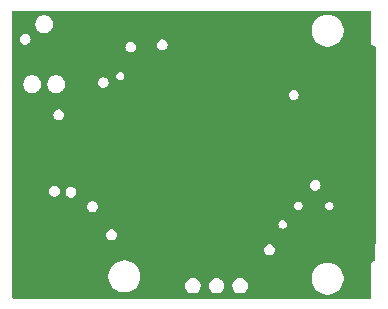
<source format=gbr>
%TF.GenerationSoftware,KiCad,Pcbnew,8.0.3*%
%TF.CreationDate,2024-06-25T07:20:22+02:00*%
%TF.ProjectId,BLESEN,424c4553-454e-42e6-9b69-6361645f7063,rev?*%
%TF.SameCoordinates,Original*%
%TF.FileFunction,Copper,L2,Inr*%
%TF.FilePolarity,Positive*%
%FSLAX46Y46*%
G04 Gerber Fmt 4.6, Leading zero omitted, Abs format (unit mm)*
G04 Created by KiCad (PCBNEW 8.0.3) date 2024-06-25 07:20:22*
%MOMM*%
%LPD*%
G01*
G04 APERTURE LIST*
%TA.AperFunction,ComponentPad*%
%ADD10O,1.350000X1.350000*%
%TD*%
%TA.AperFunction,ComponentPad*%
%ADD11R,0.500000X0.900000*%
%TD*%
%TA.AperFunction,ViaPad*%
%ADD12C,0.700000*%
%TD*%
%TA.AperFunction,ViaPad*%
%ADD13C,0.500000*%
%TD*%
G04 APERTURE END LIST*
D10*
%TO.N,GND*%
%TO.C,J3*%
X141600000Y-100600000D03*
%TD*%
D11*
%TO.N,GND*%
%TO.C,AE1*%
X158820000Y-82800000D03*
%TD*%
D12*
%TO.N,GND*%
X148875000Y-90325000D03*
D13*
X145200000Y-89800000D03*
D12*
X140160000Y-96600000D03*
X158000000Y-79000000D03*
D13*
X141963000Y-86719400D03*
X145200000Y-87600000D03*
D12*
X129400000Y-96000000D03*
X135600000Y-91800000D03*
X152000000Y-101000000D03*
X130200000Y-93000000D03*
D13*
X146413000Y-91169400D03*
D12*
X158000000Y-93000000D03*
X146800000Y-99200000D03*
X149375000Y-100500000D03*
D13*
X148975000Y-83675000D03*
D12*
X158000000Y-81000000D03*
X158300000Y-86075000D03*
X158000000Y-78000000D03*
X158000000Y-83000000D03*
X131000000Y-101000000D03*
X134600000Y-82600000D03*
D13*
X143200000Y-89800000D03*
D12*
X155500000Y-83650000D03*
X152700000Y-96800000D03*
X129800000Y-85600000D03*
X132775000Y-96900000D03*
X129800000Y-88400000D03*
X158000000Y-89000000D03*
X142000000Y-99000000D03*
X158000000Y-101000000D03*
X144400000Y-96750000D03*
X139200000Y-84050000D03*
X139200000Y-83100000D03*
X139250000Y-94750000D03*
X139800000Y-99600000D03*
X153250000Y-98650000D03*
D13*
X152950000Y-81425000D03*
D12*
X138550000Y-88180000D03*
X148600000Y-96400000D03*
X158000000Y-99000000D03*
X135000000Y-101000000D03*
X140400000Y-79000000D03*
D13*
X146363000Y-88869400D03*
D12*
X135200000Y-78000000D03*
X158000000Y-91000000D03*
X153820000Y-85920000D03*
D13*
X149400000Y-86750000D03*
D12*
X158000000Y-94000000D03*
X136200000Y-85400000D03*
X133000000Y-78000000D03*
X158000000Y-87000000D03*
X138800000Y-78000000D03*
X153000000Y-79100000D03*
X132375000Y-94050000D03*
X150175000Y-80025000D03*
X157000000Y-101000000D03*
D13*
X146313000Y-86719400D03*
D12*
X158000000Y-98000000D03*
X142000000Y-78000000D03*
X154875000Y-98175000D03*
X158000000Y-100000000D03*
X151200000Y-97200000D03*
X158000000Y-84000000D03*
X136000000Y-80200000D03*
D13*
X144063000Y-91119400D03*
D12*
X158000000Y-82000000D03*
D13*
X152875000Y-92875000D03*
D12*
X148125000Y-78575000D03*
X153000000Y-83000000D03*
X144400000Y-98600000D03*
X146550000Y-80100000D03*
D13*
X153575000Y-94500000D03*
D12*
X147940000Y-95090000D03*
X158000000Y-92000000D03*
X158000000Y-95000000D03*
X129800000Y-90600000D03*
D13*
X141913000Y-88919400D03*
D12*
X133175000Y-86100000D03*
X157000000Y-78000000D03*
X153450000Y-90050000D03*
X158000000Y-90000000D03*
X158000000Y-88000000D03*
X129400000Y-99200000D03*
D13*
X141963000Y-91169400D03*
D12*
X158000000Y-80000000D03*
X145000000Y-78000000D03*
D13*
X144113000Y-86719400D03*
D12*
X158000000Y-97000000D03*
X155025000Y-81800000D03*
D13*
X143200000Y-87600000D03*
D12*
X129000000Y-78000000D03*
X146925000Y-82325000D03*
X137000000Y-79000000D03*
X158000000Y-96000000D03*
X152000000Y-91000000D03*
X151000000Y-78000000D03*
X140413000Y-94569400D03*
D13*
X150800000Y-84500000D03*
X151600000Y-83400000D03*
X156425000Y-80725000D03*
%TD*%
%TA.AperFunction,Conductor*%
%TO.N,GND*%
G36*
X158642539Y-77320185D02*
G01*
X158688294Y-77372989D01*
X158699500Y-77424500D01*
X158699500Y-78960438D01*
X158699500Y-80039562D01*
X158707827Y-80070637D01*
X158719979Y-80115990D01*
X158719982Y-80115995D01*
X158759535Y-80184504D01*
X158759539Y-80184509D01*
X158759540Y-80184511D01*
X158815489Y-80240460D01*
X158815491Y-80240461D01*
X158815495Y-80240464D01*
X158867757Y-80270637D01*
X158884011Y-80280021D01*
X158960438Y-80300500D01*
X158960441Y-80300500D01*
X158962185Y-80300730D01*
X158963547Y-80301332D01*
X158968288Y-80302603D01*
X158968089Y-80303342D01*
X159026082Y-80328997D01*
X159064553Y-80387321D01*
X159070000Y-80423669D01*
X159070000Y-95769314D01*
X159069992Y-95770707D01*
X159040625Y-98384256D01*
X159020189Y-98451070D01*
X158966874Y-98496229D01*
X158948728Y-98502637D01*
X158884015Y-98519977D01*
X158884004Y-98519982D01*
X158815495Y-98559535D01*
X158815487Y-98559541D01*
X158759541Y-98615487D01*
X158759535Y-98615495D01*
X158719982Y-98684004D01*
X158719979Y-98684009D01*
X158706326Y-98734962D01*
X158703708Y-98744736D01*
X158699500Y-98760439D01*
X158699500Y-101575500D01*
X158679815Y-101642539D01*
X158627011Y-101688294D01*
X158575500Y-101699500D01*
X128424500Y-101699500D01*
X128357461Y-101679815D01*
X128311706Y-101627011D01*
X128300500Y-101575500D01*
X128300500Y-99713399D01*
X136445500Y-99713399D01*
X136445500Y-99926601D01*
X136450859Y-99960438D01*
X136478853Y-100137180D01*
X136478853Y-100137183D01*
X136544734Y-100339944D01*
X136544736Y-100339947D01*
X136641528Y-100529913D01*
X136766846Y-100702397D01*
X136917603Y-100853154D01*
X137090087Y-100978472D01*
X137280053Y-101075264D01*
X137280055Y-101075265D01*
X137381974Y-101108380D01*
X137482821Y-101141147D01*
X137693399Y-101174500D01*
X137693400Y-101174500D01*
X137906600Y-101174500D01*
X137906601Y-101174500D01*
X138117179Y-101141147D01*
X138117182Y-101141146D01*
X138117183Y-101141146D01*
X138319944Y-101075265D01*
X138319944Y-101075264D01*
X138319947Y-101075264D01*
X138509913Y-100978472D01*
X138682397Y-100853154D01*
X138833154Y-100702397D01*
X138954390Y-100535532D01*
X142945500Y-100535532D01*
X142945500Y-100664467D01*
X142970649Y-100790903D01*
X142970652Y-100790912D01*
X143019986Y-100910017D01*
X143019987Y-100910019D01*
X143091616Y-101017219D01*
X143091619Y-101017223D01*
X143182776Y-101108380D01*
X143182780Y-101108383D01*
X143289978Y-101180011D01*
X143289979Y-101180011D01*
X143289980Y-101180012D01*
X143289982Y-101180013D01*
X143369385Y-101212902D01*
X143409089Y-101229348D01*
X143409091Y-101229348D01*
X143409096Y-101229350D01*
X143535532Y-101254499D01*
X143535536Y-101254500D01*
X143535537Y-101254500D01*
X143664464Y-101254500D01*
X143664465Y-101254499D01*
X143706612Y-101246116D01*
X143790903Y-101229350D01*
X143790906Y-101229348D01*
X143790911Y-101229348D01*
X143910022Y-101180011D01*
X144017220Y-101108383D01*
X144108383Y-101017220D01*
X144180011Y-100910022D01*
X144229348Y-100790911D01*
X144254500Y-100664463D01*
X144254500Y-100535537D01*
X144254499Y-100535532D01*
X144945500Y-100535532D01*
X144945500Y-100664467D01*
X144970649Y-100790903D01*
X144970652Y-100790912D01*
X145019986Y-100910017D01*
X145019987Y-100910019D01*
X145091616Y-101017219D01*
X145091619Y-101017223D01*
X145182776Y-101108380D01*
X145182780Y-101108383D01*
X145289978Y-101180011D01*
X145289979Y-101180011D01*
X145289980Y-101180012D01*
X145289982Y-101180013D01*
X145369385Y-101212902D01*
X145409089Y-101229348D01*
X145409091Y-101229348D01*
X145409096Y-101229350D01*
X145535532Y-101254499D01*
X145535536Y-101254500D01*
X145535537Y-101254500D01*
X145664464Y-101254500D01*
X145664465Y-101254499D01*
X145706612Y-101246116D01*
X145790903Y-101229350D01*
X145790906Y-101229348D01*
X145790911Y-101229348D01*
X145910022Y-101180011D01*
X146017220Y-101108383D01*
X146108383Y-101017220D01*
X146180011Y-100910022D01*
X146229348Y-100790911D01*
X146254500Y-100664463D01*
X146254500Y-100535537D01*
X146254499Y-100535532D01*
X146945500Y-100535532D01*
X146945500Y-100664467D01*
X146970649Y-100790903D01*
X146970652Y-100790912D01*
X147019986Y-100910017D01*
X147019987Y-100910019D01*
X147091616Y-101017219D01*
X147091619Y-101017223D01*
X147182776Y-101108380D01*
X147182780Y-101108383D01*
X147289978Y-101180011D01*
X147289979Y-101180011D01*
X147289980Y-101180012D01*
X147289982Y-101180013D01*
X147369385Y-101212902D01*
X147409089Y-101229348D01*
X147409091Y-101229348D01*
X147409096Y-101229350D01*
X147535532Y-101254499D01*
X147535536Y-101254500D01*
X147535537Y-101254500D01*
X147664464Y-101254500D01*
X147664465Y-101254499D01*
X147706612Y-101246116D01*
X147790903Y-101229350D01*
X147790906Y-101229348D01*
X147790911Y-101229348D01*
X147910022Y-101180011D01*
X148017220Y-101108383D01*
X148108383Y-101017220D01*
X148180011Y-100910022D01*
X148229348Y-100790911D01*
X148254500Y-100664463D01*
X148254500Y-100535537D01*
X148251398Y-100519944D01*
X148229350Y-100409096D01*
X148229347Y-100409087D01*
X148180013Y-100289982D01*
X148180012Y-100289980D01*
X148108383Y-100182780D01*
X148108380Y-100182776D01*
X148017223Y-100091619D01*
X148017219Y-100091616D01*
X147910019Y-100019987D01*
X147910017Y-100019986D01*
X147790912Y-99970652D01*
X147790903Y-99970649D01*
X147664467Y-99945500D01*
X147664463Y-99945500D01*
X147535537Y-99945500D01*
X147535532Y-99945500D01*
X147409096Y-99970649D01*
X147409087Y-99970652D01*
X147289982Y-100019986D01*
X147289980Y-100019987D01*
X147182780Y-100091616D01*
X147182776Y-100091619D01*
X147091619Y-100182776D01*
X147091616Y-100182780D01*
X147019987Y-100289980D01*
X147019986Y-100289982D01*
X146970652Y-100409087D01*
X146970649Y-100409096D01*
X146945500Y-100535532D01*
X146254499Y-100535532D01*
X146251398Y-100519944D01*
X146229350Y-100409096D01*
X146229347Y-100409087D01*
X146180013Y-100289982D01*
X146180012Y-100289980D01*
X146108383Y-100182780D01*
X146108380Y-100182776D01*
X146017223Y-100091619D01*
X146017219Y-100091616D01*
X145910019Y-100019987D01*
X145910017Y-100019986D01*
X145790912Y-99970652D01*
X145790903Y-99970649D01*
X145664467Y-99945500D01*
X145664463Y-99945500D01*
X145535537Y-99945500D01*
X145535532Y-99945500D01*
X145409096Y-99970649D01*
X145409087Y-99970652D01*
X145289982Y-100019986D01*
X145289980Y-100019987D01*
X145182780Y-100091616D01*
X145182776Y-100091619D01*
X145091619Y-100182776D01*
X145091616Y-100182780D01*
X145019987Y-100289980D01*
X145019986Y-100289982D01*
X144970652Y-100409087D01*
X144970649Y-100409096D01*
X144945500Y-100535532D01*
X144254499Y-100535532D01*
X144251398Y-100519944D01*
X144229350Y-100409096D01*
X144229347Y-100409087D01*
X144180013Y-100289982D01*
X144180012Y-100289980D01*
X144108383Y-100182780D01*
X144108380Y-100182776D01*
X144017223Y-100091619D01*
X144017219Y-100091616D01*
X143910019Y-100019987D01*
X143910017Y-100019986D01*
X143790912Y-99970652D01*
X143790903Y-99970649D01*
X143664467Y-99945500D01*
X143664463Y-99945500D01*
X143535537Y-99945500D01*
X143535532Y-99945500D01*
X143409096Y-99970649D01*
X143409087Y-99970652D01*
X143289982Y-100019986D01*
X143289980Y-100019987D01*
X143182780Y-100091616D01*
X143182776Y-100091619D01*
X143091619Y-100182776D01*
X143091616Y-100182780D01*
X143019987Y-100289980D01*
X143019986Y-100289982D01*
X142970652Y-100409087D01*
X142970649Y-100409096D01*
X142945500Y-100535532D01*
X138954390Y-100535532D01*
X138958472Y-100529913D01*
X139055264Y-100339947D01*
X139071500Y-100289978D01*
X139121146Y-100137183D01*
X139121146Y-100137182D01*
X139121147Y-100137179D01*
X139154500Y-99926601D01*
X139154500Y-99893399D01*
X153645500Y-99893399D01*
X153645500Y-100106600D01*
X153678853Y-100317180D01*
X153678853Y-100317183D01*
X153744734Y-100519944D01*
X153744736Y-100519947D01*
X153841528Y-100709913D01*
X153966846Y-100882397D01*
X154117603Y-101033154D01*
X154290087Y-101158472D01*
X154480053Y-101255264D01*
X154480055Y-101255265D01*
X154669182Y-101316715D01*
X154682821Y-101321147D01*
X154893399Y-101354500D01*
X154893400Y-101354500D01*
X155106600Y-101354500D01*
X155106601Y-101354500D01*
X155317179Y-101321147D01*
X155317182Y-101321146D01*
X155317183Y-101321146D01*
X155519944Y-101255265D01*
X155519944Y-101255264D01*
X155519947Y-101255264D01*
X155709913Y-101158472D01*
X155882397Y-101033154D01*
X156033154Y-100882397D01*
X156158472Y-100709913D01*
X156255264Y-100519947D01*
X156255265Y-100519944D01*
X156321146Y-100317183D01*
X156321146Y-100317182D01*
X156321147Y-100317179D01*
X156354500Y-100106601D01*
X156354500Y-99893399D01*
X156321147Y-99682821D01*
X156321146Y-99682817D01*
X156321146Y-99682816D01*
X156255265Y-99480055D01*
X156255263Y-99480052D01*
X156163551Y-99300055D01*
X156158472Y-99290087D01*
X156033154Y-99117603D01*
X155882397Y-98966846D01*
X155709913Y-98841528D01*
X155519947Y-98744736D01*
X155519944Y-98744734D01*
X155317181Y-98678853D01*
X155176793Y-98656617D01*
X155106601Y-98645500D01*
X154893399Y-98645500D01*
X154823206Y-98656617D01*
X154682819Y-98678853D01*
X154682816Y-98678853D01*
X154480055Y-98744734D01*
X154480052Y-98744736D01*
X154290086Y-98841528D01*
X154117601Y-98966847D01*
X153966847Y-99117601D01*
X153841528Y-99290086D01*
X153744736Y-99480052D01*
X153744734Y-99480055D01*
X153678853Y-99682816D01*
X153678853Y-99682819D01*
X153645500Y-99893399D01*
X139154500Y-99893399D01*
X139154500Y-99713399D01*
X139121147Y-99502821D01*
X139121146Y-99502817D01*
X139121146Y-99502816D01*
X139055265Y-99300055D01*
X139055263Y-99300052D01*
X139050186Y-99290086D01*
X138958472Y-99110087D01*
X138833154Y-98937603D01*
X138682397Y-98786846D01*
X138509913Y-98661528D01*
X138319947Y-98564736D01*
X138319944Y-98564734D01*
X138117181Y-98498853D01*
X137976793Y-98476617D01*
X137906601Y-98465500D01*
X137693399Y-98465500D01*
X137623206Y-98476617D01*
X137482819Y-98498853D01*
X137482816Y-98498853D01*
X137280055Y-98564734D01*
X137280052Y-98564736D01*
X137090086Y-98661528D01*
X136917601Y-98786847D01*
X136766847Y-98937601D01*
X136641528Y-99110086D01*
X136544736Y-99300052D01*
X136544734Y-99300055D01*
X136478853Y-99502816D01*
X136478853Y-99502819D01*
X136450343Y-99682821D01*
X136445500Y-99713399D01*
X128300500Y-99713399D01*
X128300500Y-97550000D01*
X149640826Y-97550000D01*
X149659425Y-97679362D01*
X149659426Y-97679367D01*
X149713717Y-97798246D01*
X149713718Y-97798248D01*
X149799305Y-97897021D01*
X149909252Y-97967679D01*
X149909254Y-97967679D01*
X149909255Y-97967680D01*
X150034652Y-98004500D01*
X150034653Y-98004500D01*
X150165347Y-98004500D01*
X150290748Y-97967679D01*
X150400695Y-97897021D01*
X150486282Y-97798248D01*
X150540574Y-97679364D01*
X150559174Y-97550000D01*
X150540574Y-97420636D01*
X150540573Y-97420635D01*
X150540573Y-97420632D01*
X150486282Y-97301753D01*
X150486282Y-97301752D01*
X150400695Y-97202979D01*
X150290748Y-97132321D01*
X150290746Y-97132320D01*
X150290744Y-97132319D01*
X150165348Y-97095500D01*
X150165347Y-97095500D01*
X150034653Y-97095500D01*
X150034652Y-97095500D01*
X149909255Y-97132319D01*
X149799306Y-97202978D01*
X149713719Y-97301750D01*
X149713717Y-97301753D01*
X149659426Y-97420632D01*
X149659425Y-97420637D01*
X149640826Y-97550000D01*
X128300500Y-97550000D01*
X128300500Y-96275000D01*
X136265826Y-96275000D01*
X136284425Y-96404362D01*
X136284426Y-96404367D01*
X136338717Y-96523246D01*
X136338718Y-96523248D01*
X136424305Y-96622021D01*
X136534252Y-96692679D01*
X136534254Y-96692679D01*
X136534255Y-96692680D01*
X136659652Y-96729500D01*
X136659653Y-96729500D01*
X136790347Y-96729500D01*
X136915748Y-96692679D01*
X137025695Y-96622021D01*
X137111282Y-96523248D01*
X137165574Y-96404364D01*
X137184174Y-96275000D01*
X137165574Y-96145636D01*
X137165573Y-96145635D01*
X137165573Y-96145632D01*
X137111282Y-96026753D01*
X137111282Y-96026752D01*
X137025695Y-95927979D01*
X136915748Y-95857321D01*
X136915746Y-95857320D01*
X136915744Y-95857319D01*
X136790348Y-95820500D01*
X136790347Y-95820500D01*
X136659653Y-95820500D01*
X136659652Y-95820500D01*
X136534255Y-95857319D01*
X136424306Y-95927978D01*
X136338719Y-96026750D01*
X136338717Y-96026753D01*
X136284426Y-96145632D01*
X136284425Y-96145637D01*
X136265826Y-96275000D01*
X128300500Y-96275000D01*
X128300500Y-95399997D01*
X150841081Y-95399997D01*
X150841081Y-95400002D01*
X150858646Y-95510909D01*
X150909626Y-95610965D01*
X150989034Y-95690373D01*
X151089090Y-95741353D01*
X151199998Y-95758919D01*
X151200000Y-95758919D01*
X151200002Y-95758919D01*
X151310909Y-95741353D01*
X151310910Y-95741352D01*
X151310912Y-95741352D01*
X151410967Y-95690372D01*
X151490372Y-95610967D01*
X151541352Y-95510912D01*
X151541352Y-95510910D01*
X151541353Y-95510909D01*
X151558919Y-95400002D01*
X151558919Y-95399997D01*
X151541353Y-95289090D01*
X151490373Y-95189034D01*
X151410965Y-95109626D01*
X151310909Y-95058646D01*
X151200002Y-95041081D01*
X151199998Y-95041081D01*
X151089090Y-95058646D01*
X150989034Y-95109626D01*
X150909626Y-95189034D01*
X150858646Y-95289090D01*
X150841081Y-95399997D01*
X128300500Y-95399997D01*
X128300500Y-93900000D01*
X134640826Y-93900000D01*
X134659425Y-94029362D01*
X134659426Y-94029367D01*
X134713717Y-94148246D01*
X134713718Y-94148248D01*
X134799305Y-94247021D01*
X134909252Y-94317679D01*
X134909254Y-94317679D01*
X134909255Y-94317680D01*
X135034652Y-94354500D01*
X135034653Y-94354500D01*
X135165347Y-94354500D01*
X135290748Y-94317679D01*
X135400695Y-94247021D01*
X135486282Y-94148248D01*
X135537559Y-94035967D01*
X135540573Y-94029367D01*
X135540574Y-94029362D01*
X135559174Y-93900000D01*
X135548390Y-93824997D01*
X152166081Y-93824997D01*
X152166081Y-93825002D01*
X152183646Y-93935909D01*
X152234626Y-94035965D01*
X152314034Y-94115373D01*
X152414090Y-94166353D01*
X152524998Y-94183919D01*
X152525000Y-94183919D01*
X152525002Y-94183919D01*
X152635909Y-94166353D01*
X152635910Y-94166352D01*
X152635912Y-94166352D01*
X152735967Y-94115372D01*
X152815372Y-94035967D01*
X152866352Y-93935912D01*
X152866352Y-93935910D01*
X152866353Y-93935909D01*
X152879960Y-93849997D01*
X154791081Y-93849997D01*
X154791081Y-93850002D01*
X154808646Y-93960909D01*
X154859626Y-94060965D01*
X154939034Y-94140373D01*
X155039090Y-94191353D01*
X155149998Y-94208919D01*
X155150000Y-94208919D01*
X155150002Y-94208919D01*
X155260909Y-94191353D01*
X155260910Y-94191352D01*
X155260912Y-94191352D01*
X155360967Y-94140372D01*
X155440372Y-94060967D01*
X155491352Y-93960912D01*
X155491352Y-93960910D01*
X155491353Y-93960909D01*
X155508919Y-93850002D01*
X155508919Y-93849997D01*
X155491353Y-93739090D01*
X155440373Y-93639034D01*
X155360965Y-93559626D01*
X155260909Y-93508646D01*
X155150002Y-93491081D01*
X155149998Y-93491081D01*
X155039090Y-93508646D01*
X154939034Y-93559626D01*
X154859626Y-93639034D01*
X154808646Y-93739090D01*
X154791081Y-93849997D01*
X152879960Y-93849997D01*
X152883919Y-93825002D01*
X152883919Y-93824997D01*
X152866353Y-93714090D01*
X152815373Y-93614034D01*
X152735965Y-93534626D01*
X152635909Y-93483646D01*
X152525002Y-93466081D01*
X152524998Y-93466081D01*
X152414090Y-93483646D01*
X152314034Y-93534626D01*
X152234626Y-93614034D01*
X152183646Y-93714090D01*
X152166081Y-93824997D01*
X135548390Y-93824997D01*
X135540574Y-93770636D01*
X135540573Y-93770635D01*
X135540573Y-93770632D01*
X135486282Y-93651753D01*
X135486282Y-93651752D01*
X135400695Y-93552979D01*
X135290748Y-93482321D01*
X135290746Y-93482320D01*
X135290744Y-93482319D01*
X135165348Y-93445500D01*
X135165347Y-93445500D01*
X135034653Y-93445500D01*
X135034652Y-93445500D01*
X134909255Y-93482319D01*
X134799306Y-93552978D01*
X134713719Y-93651750D01*
X134713717Y-93651753D01*
X134659426Y-93770632D01*
X134659425Y-93770637D01*
X134640826Y-93900000D01*
X128300500Y-93900000D01*
X128300500Y-92600000D01*
X131415826Y-92600000D01*
X131434425Y-92729362D01*
X131434426Y-92729367D01*
X131480093Y-92829362D01*
X131488718Y-92848248D01*
X131574305Y-92947021D01*
X131684252Y-93017679D01*
X131684254Y-93017679D01*
X131684255Y-93017680D01*
X131809652Y-93054500D01*
X131809653Y-93054500D01*
X131940347Y-93054500D01*
X132065748Y-93017679D01*
X132175695Y-92947021D01*
X132261282Y-92848248D01*
X132315574Y-92729364D01*
X132319796Y-92700000D01*
X132815826Y-92700000D01*
X132834425Y-92829362D01*
X132834426Y-92829367D01*
X132888158Y-92947021D01*
X132888718Y-92948248D01*
X132974305Y-93047021D01*
X133084252Y-93117679D01*
X133084254Y-93117679D01*
X133084255Y-93117680D01*
X133209652Y-93154500D01*
X133209653Y-93154500D01*
X133340347Y-93154500D01*
X133465748Y-93117679D01*
X133575695Y-93047021D01*
X133661282Y-92948248D01*
X133715574Y-92829364D01*
X133734174Y-92700000D01*
X133715574Y-92570636D01*
X133715573Y-92570635D01*
X133715573Y-92570632D01*
X133661282Y-92451753D01*
X133661282Y-92451752D01*
X133575695Y-92352979D01*
X133465748Y-92282321D01*
X133465746Y-92282320D01*
X133465744Y-92282319D01*
X133340348Y-92245500D01*
X133340347Y-92245500D01*
X133209653Y-92245500D01*
X133209652Y-92245500D01*
X133084255Y-92282319D01*
X132974306Y-92352978D01*
X132888719Y-92451750D01*
X132888717Y-92451753D01*
X132834426Y-92570632D01*
X132834425Y-92570637D01*
X132815826Y-92700000D01*
X132319796Y-92700000D01*
X132334174Y-92600000D01*
X132315574Y-92470636D01*
X132315573Y-92470635D01*
X132315573Y-92470632D01*
X132261842Y-92352979D01*
X132261282Y-92351752D01*
X132175695Y-92252979D01*
X132065748Y-92182321D01*
X132065746Y-92182320D01*
X132065744Y-92182319D01*
X131940348Y-92145500D01*
X131940347Y-92145500D01*
X131809653Y-92145500D01*
X131809652Y-92145500D01*
X131684255Y-92182319D01*
X131574306Y-92252978D01*
X131488719Y-92351750D01*
X131488717Y-92351753D01*
X131434426Y-92470632D01*
X131434425Y-92470637D01*
X131415826Y-92600000D01*
X128300500Y-92600000D01*
X128300500Y-92100000D01*
X153490826Y-92100000D01*
X153509425Y-92229362D01*
X153509426Y-92229367D01*
X153533610Y-92282321D01*
X153563718Y-92348248D01*
X153649305Y-92447021D01*
X153759252Y-92517679D01*
X153759254Y-92517679D01*
X153759255Y-92517680D01*
X153884652Y-92554500D01*
X153884653Y-92554500D01*
X154015347Y-92554500D01*
X154140748Y-92517679D01*
X154250695Y-92447021D01*
X154336282Y-92348248D01*
X154374919Y-92263643D01*
X154390573Y-92229367D01*
X154390574Y-92229362D01*
X154409174Y-92100000D01*
X154390574Y-91970636D01*
X154390573Y-91970635D01*
X154390573Y-91970632D01*
X154336282Y-91851753D01*
X154336282Y-91851752D01*
X154250695Y-91752979D01*
X154140748Y-91682321D01*
X154140746Y-91682320D01*
X154140744Y-91682319D01*
X154015348Y-91645500D01*
X154015347Y-91645500D01*
X153884653Y-91645500D01*
X153884652Y-91645500D01*
X153759255Y-91682319D01*
X153649306Y-91752978D01*
X153563719Y-91851750D01*
X153563717Y-91851753D01*
X153509426Y-91970632D01*
X153509425Y-91970637D01*
X153490826Y-92100000D01*
X128300500Y-92100000D01*
X128300500Y-86130000D01*
X131785826Y-86130000D01*
X131804425Y-86259362D01*
X131804426Y-86259367D01*
X131858717Y-86378246D01*
X131858718Y-86378248D01*
X131944305Y-86477021D01*
X132054252Y-86547679D01*
X132054254Y-86547679D01*
X132054255Y-86547680D01*
X132179652Y-86584500D01*
X132179653Y-86584500D01*
X132310347Y-86584500D01*
X132435748Y-86547679D01*
X132545695Y-86477021D01*
X132631282Y-86378248D01*
X132685574Y-86259364D01*
X132704174Y-86130000D01*
X132685574Y-86000636D01*
X132685573Y-86000635D01*
X132685573Y-86000632D01*
X132631282Y-85881753D01*
X132631282Y-85881752D01*
X132545695Y-85782979D01*
X132435748Y-85712321D01*
X132435746Y-85712320D01*
X132435744Y-85712319D01*
X132310348Y-85675500D01*
X132310347Y-85675500D01*
X132179653Y-85675500D01*
X132179652Y-85675500D01*
X132054255Y-85712319D01*
X131944306Y-85782978D01*
X131858719Y-85881750D01*
X131858717Y-85881753D01*
X131804426Y-86000632D01*
X131804425Y-86000637D01*
X131785826Y-86130000D01*
X128300500Y-86130000D01*
X128300500Y-84449996D01*
X151740458Y-84449996D01*
X151740458Y-84450003D01*
X151760500Y-84576551D01*
X151760501Y-84576554D01*
X151760502Y-84576555D01*
X151818674Y-84690723D01*
X151818676Y-84690725D01*
X151818678Y-84690728D01*
X151909271Y-84781321D01*
X151909273Y-84781322D01*
X151909277Y-84781326D01*
X152023445Y-84839498D01*
X152023446Y-84839498D01*
X152023448Y-84839499D01*
X152149997Y-84859542D01*
X152150000Y-84859542D01*
X152150003Y-84859542D01*
X152276551Y-84839499D01*
X152276552Y-84839498D01*
X152276555Y-84839498D01*
X152390723Y-84781326D01*
X152481326Y-84690723D01*
X152539498Y-84576555D01*
X152559542Y-84450000D01*
X152559542Y-84449996D01*
X152539499Y-84323448D01*
X152539498Y-84323446D01*
X152539498Y-84323445D01*
X152481326Y-84209277D01*
X152481322Y-84209273D01*
X152481321Y-84209271D01*
X152390728Y-84118678D01*
X152390725Y-84118676D01*
X152390723Y-84118674D01*
X152276555Y-84060502D01*
X152276554Y-84060501D01*
X152276551Y-84060500D01*
X152150003Y-84040458D01*
X152149997Y-84040458D01*
X152023448Y-84060500D01*
X151967493Y-84089011D01*
X151909277Y-84118674D01*
X151909276Y-84118675D01*
X151909271Y-84118678D01*
X151818678Y-84209271D01*
X151818675Y-84209276D01*
X151760500Y-84323448D01*
X151740458Y-84449996D01*
X128300500Y-84449996D01*
X128300500Y-83466146D01*
X129234200Y-83466146D01*
X129234200Y-83613853D01*
X129263012Y-83758701D01*
X129263014Y-83758709D01*
X129319534Y-83895160D01*
X129319539Y-83895170D01*
X129401591Y-84017969D01*
X129401594Y-84017973D01*
X129506026Y-84122405D01*
X129506030Y-84122408D01*
X129628829Y-84204460D01*
X129628833Y-84204462D01*
X129628836Y-84204464D01*
X129765291Y-84260986D01*
X129910146Y-84289799D01*
X129910150Y-84289800D01*
X129910151Y-84289800D01*
X130057850Y-84289800D01*
X130057851Y-84289799D01*
X130202709Y-84260986D01*
X130339164Y-84204464D01*
X130461970Y-84122408D01*
X130566408Y-84017970D01*
X130648464Y-83895164D01*
X130704986Y-83758709D01*
X130733800Y-83613849D01*
X130733800Y-83466151D01*
X130733799Y-83466146D01*
X131266200Y-83466146D01*
X131266200Y-83613853D01*
X131295012Y-83758701D01*
X131295014Y-83758709D01*
X131351534Y-83895160D01*
X131351539Y-83895170D01*
X131433591Y-84017969D01*
X131433594Y-84017973D01*
X131538026Y-84122405D01*
X131538030Y-84122408D01*
X131660829Y-84204460D01*
X131660833Y-84204462D01*
X131660836Y-84204464D01*
X131797291Y-84260986D01*
X131942146Y-84289799D01*
X131942150Y-84289800D01*
X131942151Y-84289800D01*
X132089850Y-84289800D01*
X132089851Y-84289799D01*
X132234709Y-84260986D01*
X132371164Y-84204464D01*
X132493970Y-84122408D01*
X132598408Y-84017970D01*
X132680464Y-83895164D01*
X132736986Y-83758709D01*
X132765800Y-83613849D01*
X132765800Y-83466151D01*
X132752642Y-83400000D01*
X135540826Y-83400000D01*
X135559425Y-83529362D01*
X135559426Y-83529367D01*
X135598009Y-83613850D01*
X135613718Y-83648248D01*
X135699305Y-83747021D01*
X135809252Y-83817679D01*
X135809254Y-83817679D01*
X135809255Y-83817680D01*
X135934652Y-83854500D01*
X135934653Y-83854500D01*
X136065347Y-83854500D01*
X136190748Y-83817679D01*
X136300695Y-83747021D01*
X136386282Y-83648248D01*
X136440574Y-83529364D01*
X136459174Y-83400000D01*
X136440574Y-83270636D01*
X136440573Y-83270635D01*
X136440573Y-83270632D01*
X136386282Y-83151753D01*
X136386282Y-83151752D01*
X136300695Y-83052979D01*
X136190748Y-82982321D01*
X136190746Y-82982320D01*
X136190744Y-82982319D01*
X136065348Y-82945500D01*
X136065347Y-82945500D01*
X135934653Y-82945500D01*
X135934652Y-82945500D01*
X135809255Y-82982319D01*
X135699306Y-83052978D01*
X135613719Y-83151750D01*
X135613717Y-83151753D01*
X135559426Y-83270632D01*
X135559425Y-83270637D01*
X135540826Y-83400000D01*
X132752642Y-83400000D01*
X132736986Y-83321291D01*
X132680464Y-83184836D01*
X132680462Y-83184833D01*
X132680460Y-83184829D01*
X132598408Y-83062030D01*
X132598405Y-83062026D01*
X132493973Y-82957594D01*
X132493969Y-82957591D01*
X132371170Y-82875539D01*
X132371160Y-82875534D01*
X132309508Y-82849997D01*
X137091081Y-82849997D01*
X137091081Y-82850002D01*
X137108646Y-82960909D01*
X137159626Y-83060965D01*
X137239034Y-83140373D01*
X137339090Y-83191353D01*
X137449998Y-83208919D01*
X137450000Y-83208919D01*
X137450002Y-83208919D01*
X137560909Y-83191353D01*
X137560910Y-83191352D01*
X137560912Y-83191352D01*
X137660967Y-83140372D01*
X137740372Y-83060967D01*
X137791352Y-82960912D01*
X137791352Y-82960910D01*
X137791353Y-82960909D01*
X137808919Y-82850002D01*
X137808919Y-82849997D01*
X137791353Y-82739090D01*
X137740373Y-82639034D01*
X137660965Y-82559626D01*
X137560909Y-82508646D01*
X137450002Y-82491081D01*
X137449998Y-82491081D01*
X137339090Y-82508646D01*
X137239034Y-82559626D01*
X137159626Y-82639034D01*
X137108646Y-82739090D01*
X137091081Y-82849997D01*
X132309508Y-82849997D01*
X132234709Y-82819014D01*
X132234701Y-82819012D01*
X132089853Y-82790200D01*
X132089849Y-82790200D01*
X131942151Y-82790200D01*
X131942146Y-82790200D01*
X131797298Y-82819012D01*
X131797290Y-82819014D01*
X131660839Y-82875534D01*
X131660829Y-82875539D01*
X131538030Y-82957591D01*
X131538026Y-82957594D01*
X131433594Y-83062026D01*
X131433591Y-83062030D01*
X131351539Y-83184829D01*
X131351534Y-83184839D01*
X131295014Y-83321290D01*
X131295012Y-83321298D01*
X131266200Y-83466146D01*
X130733799Y-83466146D01*
X130704986Y-83321291D01*
X130648464Y-83184836D01*
X130648462Y-83184833D01*
X130648460Y-83184829D01*
X130566408Y-83062030D01*
X130566405Y-83062026D01*
X130461973Y-82957594D01*
X130461969Y-82957591D01*
X130339170Y-82875539D01*
X130339160Y-82875534D01*
X130202709Y-82819014D01*
X130202701Y-82819012D01*
X130057853Y-82790200D01*
X130057849Y-82790200D01*
X129910151Y-82790200D01*
X129910146Y-82790200D01*
X129765298Y-82819012D01*
X129765290Y-82819014D01*
X129628839Y-82875534D01*
X129628829Y-82875539D01*
X129506030Y-82957591D01*
X129506026Y-82957594D01*
X129401594Y-83062026D01*
X129401591Y-83062030D01*
X129319539Y-83184829D01*
X129319534Y-83184839D01*
X129263014Y-83321290D01*
X129263012Y-83321298D01*
X129234200Y-83466146D01*
X128300500Y-83466146D01*
X128300500Y-80400000D01*
X137890826Y-80400000D01*
X137909425Y-80529362D01*
X137909426Y-80529367D01*
X137949758Y-80617680D01*
X137963718Y-80648248D01*
X138049305Y-80747021D01*
X138159252Y-80817679D01*
X138159254Y-80817679D01*
X138159255Y-80817680D01*
X138284652Y-80854500D01*
X138284653Y-80854500D01*
X138415347Y-80854500D01*
X138540748Y-80817679D01*
X138650695Y-80747021D01*
X138736282Y-80648248D01*
X138774919Y-80563643D01*
X138790573Y-80529367D01*
X138790574Y-80529362D01*
X138809174Y-80400000D01*
X138790574Y-80270636D01*
X138790573Y-80270635D01*
X138790573Y-80270632D01*
X138758316Y-80200000D01*
X140540826Y-80200000D01*
X140559425Y-80329362D01*
X140559426Y-80329367D01*
X140602493Y-80423669D01*
X140613718Y-80448248D01*
X140699305Y-80547021D01*
X140809252Y-80617679D01*
X140809254Y-80617679D01*
X140809255Y-80617680D01*
X140934652Y-80654500D01*
X140934653Y-80654500D01*
X141065347Y-80654500D01*
X141190748Y-80617679D01*
X141300695Y-80547021D01*
X141386282Y-80448248D01*
X141440574Y-80329364D01*
X141459174Y-80200000D01*
X141440574Y-80070636D01*
X141440573Y-80070635D01*
X141440573Y-80070632D01*
X141400241Y-79982319D01*
X141386282Y-79951752D01*
X141300695Y-79852979D01*
X141190748Y-79782321D01*
X141190746Y-79782320D01*
X141190744Y-79782319D01*
X141065348Y-79745500D01*
X141065347Y-79745500D01*
X140934653Y-79745500D01*
X140934652Y-79745500D01*
X140809255Y-79782319D01*
X140699306Y-79852978D01*
X140613719Y-79951750D01*
X140613717Y-79951753D01*
X140559426Y-80070632D01*
X140559425Y-80070637D01*
X140540826Y-80200000D01*
X138758316Y-80200000D01*
X138736282Y-80151753D01*
X138736282Y-80151752D01*
X138650695Y-80052979D01*
X138540748Y-79982321D01*
X138540746Y-79982320D01*
X138540744Y-79982319D01*
X138415348Y-79945500D01*
X138415347Y-79945500D01*
X138284653Y-79945500D01*
X138284652Y-79945500D01*
X138159255Y-79982319D01*
X138049306Y-80052978D01*
X137963719Y-80151750D01*
X137963717Y-80151753D01*
X137909426Y-80270632D01*
X137909425Y-80270637D01*
X137890826Y-80400000D01*
X128300500Y-80400000D01*
X128300500Y-79730000D01*
X128940826Y-79730000D01*
X128959425Y-79859362D01*
X128959426Y-79859367D01*
X129001618Y-79951753D01*
X129013718Y-79978248D01*
X129099305Y-80077021D01*
X129209252Y-80147679D01*
X129209254Y-80147679D01*
X129209255Y-80147680D01*
X129334652Y-80184500D01*
X129334653Y-80184500D01*
X129465347Y-80184500D01*
X129590748Y-80147679D01*
X129700695Y-80077021D01*
X129786282Y-79978248D01*
X129840574Y-79859364D01*
X129859174Y-79730000D01*
X129840574Y-79600636D01*
X129840573Y-79600635D01*
X129840573Y-79600632D01*
X129803725Y-79519947D01*
X129786282Y-79481752D01*
X129700695Y-79382979D01*
X129590748Y-79312321D01*
X129590746Y-79312320D01*
X129590744Y-79312319D01*
X129465348Y-79275500D01*
X129465347Y-79275500D01*
X129334653Y-79275500D01*
X129334652Y-79275500D01*
X129209255Y-79312319D01*
X129099306Y-79382978D01*
X129013719Y-79481750D01*
X129013717Y-79481753D01*
X128959426Y-79600632D01*
X128959425Y-79600637D01*
X128940826Y-79730000D01*
X128300500Y-79730000D01*
X128300500Y-78386146D01*
X130250200Y-78386146D01*
X130250200Y-78533853D01*
X130279012Y-78678701D01*
X130279014Y-78678709D01*
X130335534Y-78815160D01*
X130335539Y-78815170D01*
X130417591Y-78937969D01*
X130417594Y-78937973D01*
X130522026Y-79042405D01*
X130522030Y-79042408D01*
X130644829Y-79124460D01*
X130644833Y-79124462D01*
X130644836Y-79124464D01*
X130781291Y-79180986D01*
X130926146Y-79209799D01*
X130926150Y-79209800D01*
X130926151Y-79209800D01*
X131073850Y-79209800D01*
X131073851Y-79209799D01*
X131218709Y-79180986D01*
X131355164Y-79124464D01*
X131477970Y-79042408D01*
X131582408Y-78937970D01*
X131612189Y-78893399D01*
X153645500Y-78893399D01*
X153645500Y-79106601D01*
X153657282Y-79180985D01*
X153678853Y-79317180D01*
X153678853Y-79317183D01*
X153744734Y-79519944D01*
X153744736Y-79519947D01*
X153841528Y-79709913D01*
X153966846Y-79882397D01*
X154117603Y-80033154D01*
X154290087Y-80158472D01*
X154480053Y-80255264D01*
X154480055Y-80255265D01*
X154669182Y-80316715D01*
X154682821Y-80321147D01*
X154893399Y-80354500D01*
X154893400Y-80354500D01*
X155106600Y-80354500D01*
X155106601Y-80354500D01*
X155317179Y-80321147D01*
X155317182Y-80321146D01*
X155317183Y-80321146D01*
X155519944Y-80255265D01*
X155519944Y-80255264D01*
X155519947Y-80255264D01*
X155709913Y-80158472D01*
X155882397Y-80033154D01*
X156033154Y-79882397D01*
X156158472Y-79709913D01*
X156255264Y-79519947D01*
X156267675Y-79481750D01*
X156321146Y-79317183D01*
X156321146Y-79317182D01*
X156321147Y-79317179D01*
X156354500Y-79106601D01*
X156354500Y-78893399D01*
X156321147Y-78682821D01*
X156321146Y-78682817D01*
X156321146Y-78682816D01*
X156255265Y-78480055D01*
X156255263Y-78480052D01*
X156207419Y-78386151D01*
X156158472Y-78290087D01*
X156033154Y-78117603D01*
X155882397Y-77966846D01*
X155709913Y-77841528D01*
X155519947Y-77744736D01*
X155519944Y-77744734D01*
X155317181Y-77678853D01*
X155176793Y-77656617D01*
X155106601Y-77645500D01*
X154893399Y-77645500D01*
X154823206Y-77656617D01*
X154682819Y-77678853D01*
X154682816Y-77678853D01*
X154480055Y-77744734D01*
X154480052Y-77744736D01*
X154290086Y-77841528D01*
X154117601Y-77966847D01*
X153966847Y-78117601D01*
X153841528Y-78290086D01*
X153744736Y-78480052D01*
X153744734Y-78480055D01*
X153678853Y-78682816D01*
X153678853Y-78682819D01*
X153645500Y-78893399D01*
X131612189Y-78893399D01*
X131664464Y-78815164D01*
X131720986Y-78678709D01*
X131749800Y-78533849D01*
X131749800Y-78386151D01*
X131720986Y-78241291D01*
X131664464Y-78104836D01*
X131664462Y-78104833D01*
X131664460Y-78104829D01*
X131582408Y-77982030D01*
X131582405Y-77982026D01*
X131477973Y-77877594D01*
X131477969Y-77877591D01*
X131355170Y-77795539D01*
X131355160Y-77795534D01*
X131218709Y-77739014D01*
X131218701Y-77739012D01*
X131073853Y-77710200D01*
X131073849Y-77710200D01*
X130926151Y-77710200D01*
X130926146Y-77710200D01*
X130781298Y-77739012D01*
X130781290Y-77739014D01*
X130644839Y-77795534D01*
X130644829Y-77795539D01*
X130522030Y-77877591D01*
X130522026Y-77877594D01*
X130417594Y-77982026D01*
X130417591Y-77982030D01*
X130335539Y-78104829D01*
X130335534Y-78104839D01*
X130279014Y-78241290D01*
X130279012Y-78241298D01*
X130250200Y-78386146D01*
X128300500Y-78386146D01*
X128300500Y-77424500D01*
X128320185Y-77357461D01*
X128372989Y-77311706D01*
X128424500Y-77300500D01*
X158575500Y-77300500D01*
X158642539Y-77320185D01*
G37*
%TD.AperFunction*%
%TD*%
M02*

</source>
